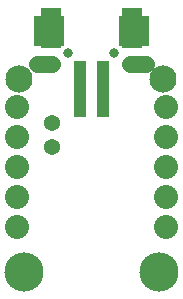
<source format=gbr>
G04 EAGLE Gerber RS-274X export*
G75*
%MOMM*%
%FSLAX34Y34*%
%LPD*%
%INSoldermask Bottom*%
%IPPOS*%
%AMOC8*
5,1,8,0,0,1.08239X$1,22.5*%
G01*
%ADD10C,2.301600*%
%ADD11C,3.317600*%
%ADD12C,0.801600*%
%ADD13R,2.514600X2.514600*%
%ADD14C,1.409600*%
%ADD15R,1.101600X4.701600*%
%ADD16R,1.701600X3.501600*%
%ADD17C,1.371600*%
%ADD18C,2.032000*%


D10*
X-60960Y62230D03*
X60960Y62230D03*
D11*
X-57150Y-101600D03*
X57150Y-101600D03*
D12*
X19500Y83820D03*
X-19500Y83820D03*
D13*
X-36000Y102820D03*
X36000Y102820D03*
D14*
X33000Y74820D02*
X46080Y74820D01*
X-33000Y74820D02*
X-46080Y74820D01*
D15*
X10000Y53170D03*
X-10000Y53170D03*
D16*
X34000Y105170D03*
X-34000Y105170D03*
D17*
X-33655Y24384D03*
X-33655Y4445D03*
D18*
X-63246Y38100D03*
X-63246Y12700D03*
X-63246Y-12700D03*
X-63246Y-38100D03*
X-63246Y-63500D03*
X63500Y-63500D03*
X63500Y-38100D03*
X63500Y-12700D03*
X63500Y12700D03*
X63500Y38100D03*
M02*

</source>
